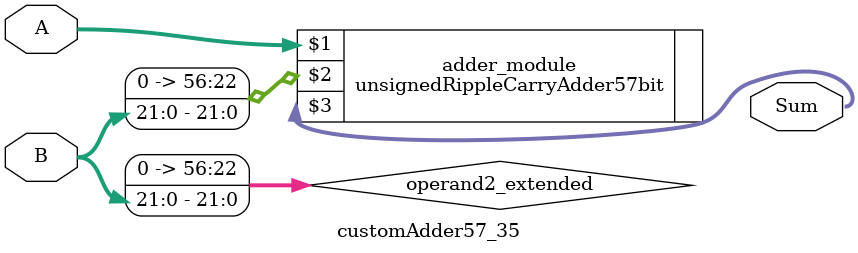
<source format=v>
module customAdder57_35(
                        input [56 : 0] A,
                        input [21 : 0] B,
                        
                        output [57 : 0] Sum
                );

        wire [56 : 0] operand2_extended;
        
        assign operand2_extended =  {35'b0, B};
        
        unsignedRippleCarryAdder57bit adder_module(
            A,
            operand2_extended,
            Sum
        );
        
        endmodule
        
</source>
